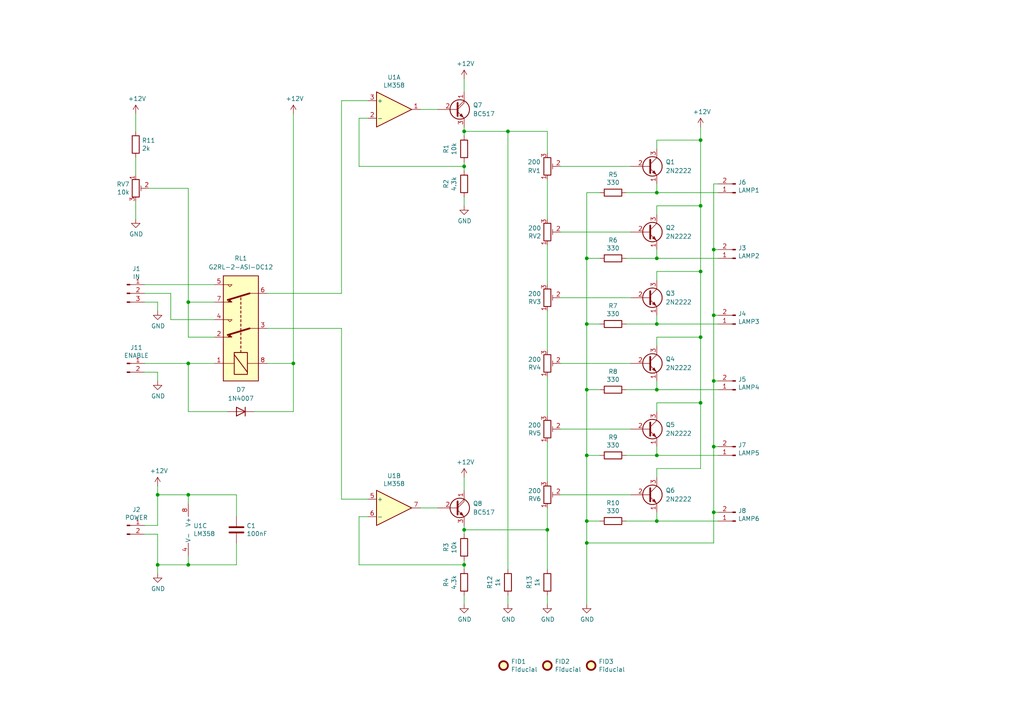
<source format=kicad_sch>
(kicad_sch (version 20211123) (generator eeschema)
  (paper "A4")
  (title_block (title "FADE LIGHT CONTROLLER") (date "2021-08-17") (rev "1.0.0") (company "POLYGON Team Ltd."))
  (lib_symbols
    (symbol "Amplifier_Operational:LM358" (pin_names (offset 0.127))
      (property "Reference" "U" (at 0 5.08 0))
      (property "Value" "LM358" (at 0 -5.08 0))
      (symbol "LM358_1_1"
        (polyline (pts (xy -5.08 5.08) (xy 5.08 0) (xy -5.08 -5.08) (xy -5.08 5.08)) (stroke (width 0.254)) (fill (type background)))
        (pin output line (at 7.62 0 180) (length 2.54) (name "~") (number "1"))
        (pin input line (at -7.62 -2.54 0) (length 2.54) (name "-") (number "2"))
        (pin input line (at -7.62 2.54 0) (length 2.54) (name "+") (number "3"))
      )
      (symbol "LM358_2_1"
        (polyline (pts (xy -5.08 5.08) (xy 5.08 0) (xy -5.08 -5.08) (xy -5.08 5.08)) (stroke (width 0.254)) (fill (type background)))
        (pin input line (at -7.62 2.54 0) (length 2.54) (name "+") (number "5"))
        (pin input line (at -7.62 -2.54 0) (length 2.54) (name "-") (number "6"))
        (pin output line (at 7.62 0 180) (length 2.54) (name "~") (number "7"))
      )
      (symbol "LM358_3_1"
        (pin power_in line (at -2.54 -7.62 90) (length 3.81) (name "V-") (number "4"))
        (pin power_in line (at -2.54 7.62 270) (length 3.81) (name "V+") (number "8"))
      )
    )
    (symbol "Connector:Conn_01x02_Male" (pin_names (offset 1.016) hide)
      (property "Reference" "J" (at 0 2.54 0))
      (property "Value" "Conn_01x02_Male" (at 0 -5.08 0))
      (symbol "Conn_01x02_Male_1_1"
        (polyline (pts (xy 1.27 -2.54) (xy 0.8636 -2.54)) (stroke (width 0.1524)))
        (polyline (pts (xy 1.27 0) (xy 0.8636 0)) (stroke (width 0.1524)))
        (rectangle (start 0.8636 -2.413) (end 0 -2.667) (stroke (width 0.1524)) (fill (type outline)))
        (rectangle (start 0.8636 0.127) (end 0 -0.127) (stroke (width 0.1524)) (fill (type outline)))
        (pin passive line (at 5.08 0 180) (length 3.81) (name "Pin_1") (number "1"))
        (pin passive line (at 5.08 -2.54 180) (length 3.81) (name "Pin_2") (number "2"))
      )
    )
    (symbol "Connector:Conn_01x03_Male" (pin_names (offset 1.016) hide)
      (property "Reference" "J" (at 0 5.08 0))
      (property "Value" "Conn_01x03_Male" (at 0 -5.08 0))
      (symbol "Conn_01x03_Male_1_1"
        (polyline (pts (xy 1.27 -2.54) (xy 0.8636 -2.54)) (stroke (width 0.1524)))
        (polyline (pts (xy 1.27 0) (xy 0.8636 0)) (stroke (width 0.1524)))
        (polyline (pts (xy 1.27 2.54) (xy 0.8636 2.54)) (stroke (width 0.1524)))
        (rectangle (start 0.8636 -2.413) (end 0 -2.667) (stroke (width 0.1524)) (fill (type outline)))
        (rectangle (start 0.8636 0.127) (end 0 -0.127) (stroke (width 0.1524)) (fill (type outline)))
        (rectangle (start 0.8636 2.667) (end 0 2.413) (stroke (width 0.1524)) (fill (type outline)))
        (pin passive line (at 5.08 2.54 180) (length 3.81) (name "Pin_1") (number "1"))
        (pin passive line (at 5.08 0 180) (length 3.81) (name "Pin_2") (number "2"))
        (pin passive line (at 5.08 -2.54 180) (length 3.81) (name "Pin_3") (number "3"))
      )
    )
    (symbol "Device:C" (pin_numbers hide) (pin_names (offset 0.254))
      (property "Reference" "C" (at 0.635 2.54 0))
      (property "Value" "C" (at 0.635 -2.54 0))
      (symbol "C_0_1"
        (polyline (pts (xy -2.032 -0.762) (xy 2.032 -0.762)) (stroke (width 0.508)))
        (polyline (pts (xy -2.032 0.762) (xy 2.032 0.762)) (stroke (width 0.508)))
      )
      (symbol "C_1_1"
        (pin passive line (at 0 3.81 270) (length 2.794) (name "~") (number "1"))
        (pin passive line (at 0 -3.81 90) (length 2.794) (name "~") (number "2"))
      )
    )
    (symbol "Device:Q_NPN_EBC" (pin_names (offset 0) hide)
      (property "Reference" "Q" (at 5.08 1.27 0))
      (property "Value" "Q_NPN_EBC" (at 5.08 -1.27 0))
      (symbol "Q_NPN_EBC_0_1"
        (polyline (pts (xy 0.635 0.635) (xy 2.54 2.54)))
        (polyline (pts (xy 0.635 -0.635) (xy 2.54 -2.54) (xy 2.54 -2.54)))
        (polyline (pts (xy 0.635 1.905) (xy 0.635 -1.905) (xy 0.635 -1.905)) (stroke (width 0.508)))
        (polyline (pts (xy 1.27 -1.778) (xy 1.778 -1.27) (xy 2.286 -2.286) (xy 1.27 -1.778) (xy 1.27 -1.778)) (fill (type outline)))
        (circle (center 1.27 0) (radius 2.8194) (stroke (width 0.254)))
      )
      (symbol "Q_NPN_EBC_1_1"
        (pin passive line (at 2.54 -5.08 90) (length 2.54) (name "E") (number "1"))
        (pin passive line (at -5.08 0 0) (length 5.715) (name "B") (number "2"))
        (pin passive line (at 2.54 5.08 270) (length 2.54) (name "C") (number "3"))
      )
    )
    (symbol "Device:R" (pin_numbers hide) (pin_names (offset 0))
      (property "Reference" "R" (at 2.032 0 90))
      (property "Value" "R" (at 0 0 90))
      (symbol "R_0_1"
        (rectangle (start -1.016 -2.54) (end 1.016 2.54) (stroke (width 0.254)))
      )
      (symbol "R_1_1"
        (pin passive line (at 0 3.81 270) (length 1.27) (name "~") (number "1"))
        (pin passive line (at 0 -3.81 90) (length 1.27) (name "~") (number "2"))
      )
    )
    (symbol "Diode:1N4007" (pin_numbers hide) (pin_names (offset 1.016) hide)
      (property "Reference" "D" (at 0 2.54 0))
      (property "Value" "1N4007" (at 0 -2.54 0))
      (symbol "1N4007_0_1"
        (polyline (pts (xy -1.27 1.27) (xy -1.27 -1.27)) (stroke (width 0.254)))
        (polyline (pts (xy 1.27 0) (xy -1.27 0)))
        (polyline (pts (xy 1.27 1.27) (xy 1.27 -1.27) (xy -1.27 0) (xy 1.27 1.27)) (stroke (width 0.254)))
      )
      (symbol "1N4007_1_1"
        (pin passive line (at -3.81 0 0) (length 2.54) (name "K") (number "1"))
        (pin passive line (at 3.81 0 180) (length 2.54) (name "A") (number "2"))
      )
    )
    (symbol "Lamls_Type4-rescue:R_POT_TRIM-Device" (pin_names (offset 1.016) hide)
      (property "Reference" "RV" (at -4.445 0 90))
      (property "Value" "R_POT_TRIM-Device" (at -2.54 0 90))
      (symbol "R_POT_TRIM-Device_0_1"
        (polyline (pts (xy 1.524 0.762) (xy 1.524 -0.762)))
        (polyline (pts (xy 2.54 0) (xy 1.524 0)))
        (rectangle (start 1.016 2.54) (end -1.016 -2.54) (stroke (width 0.254)))
      )
      (symbol "R_POT_TRIM-Device_1_1"
        (pin passive line (at 0 3.81 270) (length 1.27) (name "1") (number "1"))
        (pin passive line (at 3.81 0 180) (length 1.27) (name "2") (number "2"))
        (pin passive line (at 0 -3.81 90) (length 1.27) (name "3") (number "3"))
      )
    )
    (symbol "Mechanical:Fiducial"
      (property "Reference" "FID" (at 0 5.08 0))
      (property "Value" "Fiducial" (at 0 3.175 0))
      (symbol "Fiducial_0_1"
        (circle (center 0 0) (radius 1.27) (stroke (width 0.508)) (fill (type background)))
      )
    )
    (symbol "Relay:G2RL-2-ASI-DC12"
      (property "Reference" "RL" (at 16.51 3.81 0))
      (property "Value" "G2RL-2-ASI-DC12" (at 16.51 1.27 0))
      (symbol "G2RL-2-ASI-DC12_0_1"
        (rectangle (start -15.24 5.08) (end 15.24 -5.08) (stroke (width 0.254)) (fill (type background)))
        (rectangle (start -13.335 1.905) (end -6.985 -1.905) (stroke (width 0.254)))
        (polyline (pts (xy -12.7 -1.905) (xy -7.62 1.905)) (stroke (width 0.254)))
        (polyline (pts (xy -10.16 -5.08) (xy -10.16 -1.905)))
        (polyline (pts (xy -10.16 5.08) (xy -10.16 1.905)))
        (polyline (pts (xy -6.985 0) (xy -6.35 0)) (stroke (width 0.254)))
        (polyline (pts (xy -5.715 0) (xy -5.08 0)) (stroke (width 0.254)))
        (polyline (pts (xy -4.445 0) (xy -3.81 0)) (stroke (width 0.254)))
        (polyline (pts (xy -3.175 0) (xy -2.54 0)) (stroke (width 0.254)))
        (polyline (pts (xy -1.905 0) (xy -1.27 0)) (stroke (width 0.254)))
        (polyline (pts (xy -0.635 0) (xy 0 0)) (stroke (width 0.254)))
        (polyline (pts (xy 0 -2.54) (xy -1.905 3.81)) (stroke (width 0.508)))
        (polyline (pts (xy 0 -2.54) (xy 0 -5.08)))
        (polyline (pts (xy 0.635 0) (xy 1.27 0)) (stroke (width 0.254)))
        (polyline (pts (xy 1.905 0) (xy 2.54 0)) (stroke (width 0.254)))
        (polyline (pts (xy 3.175 0) (xy 3.81 0)) (stroke (width 0.254)))
        (polyline (pts (xy 4.445 0) (xy 5.08 0)) (stroke (width 0.254)))
        (polyline (pts (xy 5.715 0) (xy 6.35 0)) (stroke (width 0.254)))
        (polyline (pts (xy 6.985 0) (xy 7.62 0)) (stroke (width 0.254)))
        (polyline (pts (xy 8.255 0) (xy 8.89 0)) (stroke (width 0.254)))
        (polyline (pts (xy 10.16 -2.54) (xy 8.255 3.81)) (stroke (width 0.508)))
        (polyline (pts (xy 10.16 -2.54) (xy 10.16 -5.08)))
        (polyline (pts (xy -2.54 5.08) (xy -2.54 2.54) (xy -1.905 3.175) (xy -2.54 3.81)) (fill (type outline)))
        (polyline (pts (xy 2.54 5.08) (xy 2.54 2.54) (xy 1.905 3.175) (xy 2.54 3.81)))
        (polyline (pts (xy 7.62 5.08) (xy 7.62 2.54) (xy 8.255 3.175) (xy 7.62 3.81)) (fill (type outline)))
        (polyline (pts (xy 12.7 5.08) (xy 12.7 2.54) (xy 12.065 3.175) (xy 12.7 3.81)))
      )
      (symbol "G2RL-2-ASI-DC12_1_1"
        (pin passive line (at -10.16 7.62 270) (length 2.54) (name "~") (number "1"))
        (pin passive line (at -2.54 7.62 270) (length 2.54) (name "~") (number "2"))
        (pin passive line (at 0 -7.62 90) (length 2.54) (name "~") (number "3"))
        (pin passive line (at 2.54 7.62 270) (length 2.54) (name "~") (number "4"))
        (pin passive line (at 12.7 7.62 270) (length 2.54) (name "~") (number "5"))
        (pin passive line (at 10.16 -7.62 90) (length 2.54) (name "~") (number "6"))
        (pin passive line (at 7.62 7.62 270) (length 2.54) (name "~") (number "7"))
        (pin passive line (at -10.16 -7.62 90) (length 2.54) (name "~") (number "8"))
      )
    )
    (symbol "Transistor_BJT:BC517" (pin_names (offset 0) hide)
      (property "Reference" "Q" (at 5.08 1.905 0))
      (property "Value" "BC517" (at 5.08 0 0))
      (symbol "BC517_0_1"
        (polyline (pts (xy 0.635 0.635) (xy 2.54 2.54)))
        (polyline (pts (xy 0.635 -0.635) (xy 2.54 -2.54) (xy 2.54 -2.54)))
        (polyline (pts (xy 0.635 0) (xy 2.54 1.905) (xy 2.54 2.54)))
        (polyline (pts (xy 0.635 1.905) (xy 0.635 -1.905) (xy 0.635 -1.905)) (stroke (width 0.508)))
        (polyline (pts (xy 1.27 -1.778) (xy 1.778 -1.27) (xy 2.286 -2.286) (xy 1.27 -1.778) (xy 1.27 -1.778)) (fill (type outline)))
        (circle (center 1.27 0) (radius 2.8194) (stroke (width 0.254)))
      )
      (symbol "BC517_1_1"
        (pin passive line (at 2.54 5.08 270) (length 2.54) (name "C") (number "1"))
        (pin input line (at -5.08 0 0) (length 5.715) (name "B") (number "2"))
        (pin passive line (at 2.54 -5.08 90) (length 2.54) (name "E") (number "3"))
      )
    )
    (symbol "power:+12V" (power) (pin_names (offset 0))
      (property "Value" "+12V" (at 0 3.556 0))
      (symbol "+12V_0_1"
        (polyline (pts (xy -0.762 1.27) (xy 0 2.54)))
        (polyline (pts (xy 0 0) (xy 0 2.54)))
        (polyline (pts (xy 0 2.54) (xy 0.762 1.27)))
      )
      (symbol "+12V_1_1"
        (pin power_in line (at 0 0 90) (length 0) hide (name "+12V") (number "1"))
      )
    )
    (symbol "power:GND" (power) (pin_names (offset 0))
      (property "Value" "GND" (at 0 -3.81 0))
      (symbol "GND_0_1"
        (polyline (pts (xy 0 0) (xy 0 -1.27) (xy 1.27 -1.27) (xy 0 -2.54) (xy -1.27 -1.27) (xy 0 -1.27)))
      )
      (symbol "GND_1_1"
        (pin power_in line (at 0 0 270) (length 0) hide (name "GND") (number "1"))
      )
    )
  )
  (junction (at 203.2 116.84))
  (junction (at 207.01 129.54))
  (junction (at 134.62 48.26))
  (junction (at 203.2 59.69))
  (junction (at 85.09 105.41))
  (junction (at 190.5 132.08))
  (junction (at 45.72 163.83))
  (junction (at 170.18 151.13))
  (junction (at 54.61 87.63))
  (junction (at 134.62 163.83))
  (junction (at 170.18 132.08))
  (junction (at 170.18 74.93))
  (junction (at 45.72 143.51))
  (junction (at 134.62 153.67))
  (junction (at 54.61 143.51))
  (junction (at 190.5 113.03))
  (junction (at 207.01 148.59))
  (junction (at 203.2 78.74))
  (junction (at 190.5 55.88))
  (junction (at 54.61 105.41))
  (junction (at 203.2 97.79))
  (junction (at 147.32 38.1))
  (junction (at 190.5 74.93))
  (junction (at 170.18 113.03))
  (junction (at 158.75 153.67))
  (junction (at 190.5 93.98))
  (junction (at 54.61 163.83))
  (junction (at 203.2 40.64))
  (junction (at 170.18 93.98))
  (junction (at 134.62 38.1))
  (junction (at 207.01 110.49))
  (junction (at 170.18 157.48))
  (junction (at 190.5 151.13))
  (junction (at 207.01 91.44))
  (junction (at 207.01 72.39))
  (wire (pts (xy 190.5 93.98) (xy 190.5 91.44)))
  (wire (pts (xy 190.5 116.84) (xy 190.5 119.38)))
  (wire (pts (xy 170.18 74.93) (xy 170.18 55.88)))
  (wire (pts (xy 134.62 153.67) (xy 158.75 153.67)))
  (wire (pts (xy 121.92 147.32) (xy 127 147.32)))
  (wire (pts (xy 104.14 34.29) (xy 106.68 34.29)))
  (wire (pts (xy 147.32 38.1) (xy 158.75 38.1)))
  (wire (pts (xy 162.56 48.26) (xy 182.88 48.26)))
  (wire (pts (xy 170.18 157.48) (xy 170.18 151.13)))
  (wire (pts (xy 158.75 147.32) (xy 158.75 153.67)))
  (wire (pts (xy 190.5 135.89) (xy 203.2 135.89)))
  (wire (pts (xy 173.99 74.93) (xy 170.18 74.93)))
  (wire (pts (xy 203.2 97.79) (xy 203.2 78.74)))
  (wire (pts (xy 190.5 97.79) (xy 203.2 97.79)))
  (wire (pts (xy 54.61 105.41) (xy 62.23 105.41)))
  (wire (pts (xy 190.5 55.88) (xy 208.28 55.88)))
  (wire (pts (xy 41.91 154.94) (xy 45.72 154.94)))
  (wire (pts (xy 134.62 162.56) (xy 134.62 163.83)))
  (wire (pts (xy 134.62 152.4) (xy 134.62 153.67)))
  (wire (pts (xy 203.2 40.64) (xy 203.2 59.69)))
  (wire (pts (xy 158.75 52.07) (xy 158.75 63.5)))
  (wire (pts (xy 85.09 33.02) (xy 85.09 105.41)))
  (wire (pts (xy 190.5 138.43) (xy 190.5 135.89)))
  (wire (pts (xy 99.06 29.21) (xy 99.06 85.09)))
  (wire (pts (xy 181.61 93.98) (xy 190.5 93.98)))
  (wire (pts (xy 190.5 40.64) (xy 203.2 40.64)))
  (wire (pts (xy 170.18 93.98) (xy 170.18 74.93)))
  (wire (pts (xy 162.56 67.31) (xy 182.88 67.31)))
  (wire (pts (xy 170.18 55.88) (xy 173.99 55.88)))
  (wire (pts (xy 173.99 132.08) (xy 170.18 132.08)))
  (wire (pts (xy 203.2 78.74) (xy 190.5 78.74)))
  (wire (pts (xy 158.75 128.27) (xy 158.75 139.7)))
  (wire (pts (xy 54.61 87.63) (xy 62.23 87.63)))
  (wire (pts (xy 158.75 71.12) (xy 158.75 82.55)))
  (wire (pts (xy 41.91 85.09) (xy 49.53 85.09)))
  (wire (pts (xy 99.06 144.78) (xy 99.06 95.25)))
  (wire (pts (xy 182.88 124.46) (xy 162.56 124.46)))
  (wire (pts (xy 190.5 113.03) (xy 190.5 110.49)))
  (wire (pts (xy 207.01 129.54) (xy 207.01 148.59)))
  (wire (pts (xy 104.14 48.26) (xy 134.62 48.26)))
  (wire (pts (xy 207.01 148.59) (xy 208.28 148.59)))
  (wire (pts (xy 45.72 166.37) (xy 45.72 163.83)))
  (wire (pts (xy 54.61 87.63) (xy 54.61 54.61)))
  (wire (pts (xy 134.62 163.83) (xy 134.62 165.1)))
  (wire (pts (xy 190.5 132.08) (xy 190.5 129.54)))
  (wire (pts (xy 170.18 132.08) (xy 170.18 151.13)))
  (wire (pts (xy 41.91 152.4) (xy 45.72 152.4)))
  (wire (pts (xy 68.58 163.83) (xy 68.58 157.48)))
  (wire (pts (xy 190.5 132.08) (xy 208.28 132.08)))
  (wire (pts (xy 54.61 119.38) (xy 54.61 105.41)))
  (wire (pts (xy 39.37 45.72) (xy 39.37 50.8)))
  (wire (pts (xy 104.14 163.83) (xy 104.14 149.86)))
  (wire (pts (xy 158.75 38.1) (xy 158.75 44.45)))
  (wire (pts (xy 207.01 91.44) (xy 207.01 110.49)))
  (wire (pts (xy 43.18 54.61) (xy 54.61 54.61)))
  (wire (pts (xy 54.61 143.51) (xy 68.58 143.51)))
  (wire (pts (xy 190.5 93.98) (xy 208.28 93.98)))
  (wire (pts (xy 190.5 43.18) (xy 190.5 40.64)))
  (wire (pts (xy 45.72 143.51) (xy 54.61 143.51)))
  (wire (pts (xy 190.5 74.93) (xy 190.5 72.39)))
  (wire (pts (xy 190.5 151.13) (xy 190.5 148.59)))
  (wire (pts (xy 173.99 93.98) (xy 170.18 93.98)))
  (wire (pts (xy 207.01 148.59) (xy 207.01 157.48)))
  (wire (pts (xy 45.72 107.95) (xy 41.91 107.95)))
  (wire (pts (xy 104.14 48.26) (xy 104.14 34.29)))
  (wire (pts (xy 39.37 33.02) (xy 39.37 38.1)))
  (wire (pts (xy 207.01 110.49) (xy 208.28 110.49)))
  (wire (pts (xy 208.28 53.34) (xy 207.01 53.34)))
  (wire (pts (xy 162.56 143.51) (xy 182.88 143.51)))
  (wire (pts (xy 207.01 110.49) (xy 207.01 129.54)))
  (wire (pts (xy 207.01 129.54) (xy 208.28 129.54)))
  (wire (pts (xy 190.5 78.74) (xy 190.5 81.28)))
  (wire (pts (xy 68.58 143.51) (xy 68.58 149.86)))
  (wire (pts (xy 170.18 113.03) (xy 170.18 93.98)))
  (wire (pts (xy 170.18 113.03) (xy 170.18 132.08)))
  (wire (pts (xy 207.01 53.34) (xy 207.01 72.39)))
  (wire (pts (xy 45.72 107.95) (xy 45.72 110.49)))
  (wire (pts (xy 170.18 151.13) (xy 173.99 151.13)))
  (wire (pts (xy 181.61 132.08) (xy 190.5 132.08)))
  (wire (pts (xy 181.61 74.93) (xy 190.5 74.93)))
  (wire (pts (xy 104.14 163.83) (xy 134.62 163.83)))
  (wire (pts (xy 41.91 87.63) (xy 45.72 87.63)))
  (wire (pts (xy 190.5 113.03) (xy 208.28 113.03)))
  (wire (pts (xy 134.62 57.15) (xy 134.62 59.69)))
  (wire (pts (xy 203.2 135.89) (xy 203.2 116.84)))
  (wire (pts (xy 203.2 116.84) (xy 190.5 116.84)))
  (wire (pts (xy 162.56 105.41) (xy 182.88 105.41)))
  (wire (pts (xy 49.53 92.71) (xy 62.23 92.71)))
  (wire (pts (xy 45.72 154.94) (xy 45.72 163.83)))
  (wire (pts (xy 106.68 29.21) (xy 99.06 29.21)))
  (wire (pts (xy 77.47 105.41) (xy 85.09 105.41)))
  (wire (pts (xy 190.5 74.93) (xy 208.28 74.93)))
  (wire (pts (xy 134.62 38.1) (xy 134.62 39.37)))
  (wire (pts (xy 203.2 59.69) (xy 203.2 78.74)))
  (wire (pts (xy 147.32 38.1) (xy 147.32 165.1)))
  (wire (pts (xy 41.91 82.55) (xy 62.23 82.55)))
  (wire (pts (xy 45.72 87.63) (xy 45.72 90.17)))
  (wire (pts (xy 207.01 72.39) (xy 208.28 72.39)))
  (wire (pts (xy 158.75 101.6) (xy 158.75 90.17)))
  (wire (pts (xy 190.5 151.13) (xy 208.28 151.13)))
  (wire (pts (xy 106.68 144.78) (xy 99.06 144.78)))
  (wire (pts (xy 203.2 36.83) (xy 203.2 40.64)))
  (wire (pts (xy 158.75 172.72) (xy 158.75 175.26)))
  (wire (pts (xy 190.5 100.33) (xy 190.5 97.79)))
  (wire (pts (xy 190.5 55.88) (xy 190.5 53.34)))
  (wire (pts (xy 134.62 36.83) (xy 134.62 38.1)))
  (wire (pts (xy 54.61 163.83) (xy 54.61 161.29)))
  (wire (pts (xy 77.47 85.09) (xy 99.06 85.09)))
  (wire (pts (xy 73.66 119.38) (xy 85.09 119.38)))
  (wire (pts (xy 134.62 46.99) (xy 134.62 48.26)))
  (wire (pts (xy 181.61 113.03) (xy 190.5 113.03)))
  (wire (pts (xy 134.62 138.43) (xy 134.62 142.24)))
  (wire (pts (xy 134.62 22.86) (xy 134.62 26.67)))
  (wire (pts (xy 134.62 172.72) (xy 134.62 175.26)))
  (wire (pts (xy 207.01 91.44) (xy 208.28 91.44)))
  (wire (pts (xy 62.23 97.79) (xy 54.61 97.79)))
  (wire (pts (xy 85.09 119.38) (xy 85.09 105.41)))
  (wire (pts (xy 41.91 105.41) (xy 54.61 105.41)))
  (wire (pts (xy 54.61 97.79) (xy 54.61 87.63)))
  (wire (pts (xy 45.72 143.51) (xy 45.72 140.97)))
  (wire (pts (xy 45.72 163.83) (xy 54.61 163.83)))
  (wire (pts (xy 66.04 119.38) (xy 54.61 119.38)))
  (wire (pts (xy 158.75 153.67) (xy 158.75 165.1)))
  (wire (pts (xy 45.72 152.4) (xy 45.72 143.51)))
  (wire (pts (xy 39.37 58.42) (xy 39.37 63.5)))
  (wire (pts (xy 147.32 172.72) (xy 147.32 175.26)))
  (wire (pts (xy 170.18 157.48) (xy 170.18 175.26)))
  (wire (pts (xy 203.2 97.79) (xy 203.2 116.84)))
  (wire (pts (xy 207.01 72.39) (xy 207.01 91.44)))
  (wire (pts (xy 134.62 153.67) (xy 134.62 154.94)))
  (wire (pts (xy 121.92 31.75) (xy 127 31.75)))
  (wire (pts (xy 182.88 86.36) (xy 162.56 86.36)))
  (wire (pts (xy 77.47 95.25) (xy 99.06 95.25)))
  (wire (pts (xy 190.5 62.23) (xy 190.5 59.69)))
  (wire (pts (xy 134.62 38.1) (xy 147.32 38.1)))
  (wire (pts (xy 158.75 109.22) (xy 158.75 120.65)))
  (wire (pts (xy 104.14 149.86) (xy 106.68 149.86)))
  (wire (pts (xy 54.61 143.51) (xy 54.61 146.05)))
  (wire (pts (xy 181.61 151.13) (xy 190.5 151.13)))
  (wire (pts (xy 49.53 85.09) (xy 49.53 92.71)))
  (wire (pts (xy 170.18 157.48) (xy 207.01 157.48)))
  (wire (pts (xy 54.61 163.83) (xy 68.58 163.83)))
  (wire (pts (xy 134.62 48.26) (xy 134.62 49.53)))
  (wire (pts (xy 170.18 113.03) (xy 173.99 113.03)))
  (wire (pts (xy 181.61 55.88) (xy 190.5 55.88)))
  (wire (pts (xy 190.5 59.69) (xy 203.2 59.69)))
  (symbol (lib_id "Lamls_Type4-rescue:R_POT_TRIM-Device") (at 158.75 48.26 0) (mirror x) (unit 1)
    (property "Reference" "RV1" (at 156.845 49.53 0) (effects (justify right)))
    (property "Value" "200" (at 156.845 46.99 0) (effects (justify right)))
    (property "Footprint" "Potentiometer_THT:Potentiometer_ACP_CA9-V10_Vertical" (effects hide))
  )
  (symbol (lib_id "Lamls_Type4-rescue:R_POT_TRIM-Device") (at 158.75 86.36 0) (mirror x) (unit 1)
    (property "Reference" "RV3" (at 156.972 87.5284 0) (effects (justify right)))
    (property "Value" "200" (at 156.972 85.217 0) (effects (justify right)))
    (property "Footprint" "Potentiometer_THT:Potentiometer_ACP_CA9-V10_Vertical" (effects hide))
  )
  (symbol (lib_id "Device:R") (at 177.8 55.88 270) (unit 1)
    (property "Reference" "R5" (at 177.8 50.6222 90))
    (property "Value" "330" (at 177.8 52.9336 90))
    (property "Footprint" "Resistor_SMD:R_0805_2012Metric" (effects hide))
  )
  (symbol (lib_id "Amplifier_Operational:LM358") (at 114.3 31.75 0) (unit 1)
    (property "Reference" "U1" (at 114.3 22.4282 0))
    (property "Value" "LM358" (at 114.3 24.7396 0))
    (property "Footprint" "Package_SO:SO-8_5.3x6.2mm_P1.27mm" (effects hide))
  )
  (symbol (lib_id "Amplifier_Operational:LM358") (at 114.3 147.32 0) (unit 2)
    (property "Reference" "U1" (at 114.3 137.9982 0))
    (property "Value" "LM358" (at 114.3 140.3096 0))
    (property "Footprint" "Package_SO:SO-8_5.3x6.2mm_P1.27mm" (effects hide))
  )
  (symbol (lib_id "Amplifier_Operational:LM358") (at 57.15 153.67 0) (unit 3)
    (property "Reference" "U1" (at 56.0832 152.5016 0) (effects (justify left)))
    (property "Value" "LM358" (at 56.0832 154.813 0) (effects (justify left)))
    (property "Footprint" "Package_SO:SO-8_5.3x6.2mm_P1.27mm" (effects hide))
  )
  (symbol (lib_id "Lamls_Type4-rescue:R_POT_TRIM-Device") (at 158.75 67.31 0) (mirror x) (unit 1)
    (property "Reference" "RV2" (at 156.972 68.4784 0) (effects (justify right)))
    (property "Value" "200" (at 156.972 66.167 0) (effects (justify right)))
    (property "Footprint" "Potentiometer_THT:Potentiometer_ACP_CA9-V10_Vertical" (effects hide))
  )
  (symbol (lib_id "Lamls_Type4-rescue:R_POT_TRIM-Device") (at 158.75 105.41 0) (mirror x) (unit 1)
    (property "Reference" "RV4" (at 156.972 106.5784 0) (effects (justify right)))
    (property "Value" "200" (at 156.972 104.267 0) (effects (justify right)))
    (property "Footprint" "Potentiometer_THT:Potentiometer_ACP_CA9-V10_Vertical" (effects hide))
  )
  (symbol (lib_id "Connector:Conn_01x02_Male") (at 213.36 55.88 180) (unit 1)
    (property "Reference" "J6" (at 214.0712 52.8828 0) (effects (justify right)))
    (property "Value" "LAMP1" (at 214.0712 55.1942 0) (effects (justify right)))
    (property "Footprint" "TerminalBlock_Phoenix:TerminalBlock_Phoenix_MKDS-1,5-2_1x02_P5.00mm_Horizontal" (effects hide))
  )
  (symbol (lib_id "Connector:Conn_01x02_Male") (at 213.36 74.93 180) (unit 1)
    (property "Reference" "J3" (at 214.0712 71.9328 0) (effects (justify right)))
    (property "Value" "LAMP2" (at 214.0712 74.2442 0) (effects (justify right)))
    (property "Footprint" "TerminalBlock_Phoenix:TerminalBlock_Phoenix_MKDS-1,5-2_1x02_P5.00mm_Horizontal" (effects hide))
  )
  (symbol (lib_id "Connector:Conn_01x02_Male") (at 213.36 93.98 180) (unit 1)
    (property "Reference" "J4" (at 214.0712 90.9828 0) (effects (justify right)))
    (property "Value" "LAMP3" (at 214.0712 93.2942 0) (effects (justify right)))
    (property "Footprint" "TerminalBlock_Phoenix:TerminalBlock_Phoenix_MKDS-1,5-2_1x02_P5.00mm_Horizontal" (effects hide))
  )
  (symbol (lib_id "Connector:Conn_01x02_Male") (at 213.36 113.03 180) (unit 1)
    (property "Reference" "J5" (at 214.0712 110.0328 0) (effects (justify right)))
    (property "Value" "LAMP4" (at 214.0712 112.3442 0) (effects (justify right)))
    (property "Footprint" "TerminalBlock_Phoenix:TerminalBlock_Phoenix_MKDS-1,5-2_1x02_P5.00mm_Horizontal" (effects hide))
  )
  (symbol (lib_id "power:GND") (at 170.18 175.26 0) (unit 1)
    (property "Reference" "#PWR06" (effects hide))
    (property "Value" "GND" (at 170.307 179.6542 0))
  )
  (symbol (lib_id "Connector:Conn_01x03_Male") (at 36.83 85.09 0) (unit 1)
    (property "Reference" "J1" (at 39.5732 77.9526 0))
    (property "Value" "IN" (at 39.5732 80.264 0))
    (property "Footprint" "TerminalBlock_Phoenix:TerminalBlock_Phoenix_MKDS-1,5-3_1x03_P5.00mm_Horizontal" (effects hide))
  )
  (symbol (lib_id "power:GND") (at 45.72 90.17 0) (unit 1)
    (property "Reference" "#PWR03" (effects hide))
    (property "Value" "GND" (at 45.847 94.5642 0))
  )
  (symbol (lib_id "Connector:Conn_01x02_Male") (at 36.83 152.4 0) (unit 1)
    (property "Reference" "J2" (at 39.5732 147.8026 0))
    (property "Value" "POWER" (at 39.5732 150.114 0))
    (property "Footprint" "TerminalBlock_Phoenix:TerminalBlock_Phoenix_MKDS-1,5-2_1x02_P5.00mm_Horizontal" (effects hide))
  )
  (symbol (lib_id "power:+12V") (at 45.72 140.97 0) (unit 1)
    (property "Reference" "#PWR01" (effects hide))
    (property "Value" "+12V" (at 46.101 136.5758 0))
  )
  (symbol (lib_id "power:GND") (at 45.72 166.37 0) (unit 1)
    (property "Reference" "#PWR02" (effects hide))
    (property "Value" "GND" (at 45.847 170.7642 0))
  )
  (symbol (lib_id "power:+12V") (at 203.2 36.83 0) (unit 1)
    (property "Reference" "#PWR07" (effects hide))
    (property "Value" "+12V" (at 203.581 32.4358 0))
  )
  (symbol (lib_id "Lamls_Type4-rescue:R_POT_TRIM-Device") (at 158.75 124.46 0) (mirror x) (unit 1)
    (property "Reference" "RV5" (at 156.972 125.6284 0) (effects (justify right)))
    (property "Value" "200" (at 156.972 123.317 0) (effects (justify right)))
    (property "Footprint" "Potentiometer_THT:Potentiometer_ACP_CA9-V10_Vertical" (effects hide))
  )
  (symbol (lib_id "Lamls_Type4-rescue:R_POT_TRIM-Device") (at 158.75 143.51 0) (mirror x) (unit 1)
    (property "Reference" "RV6" (at 156.972 144.6784 0) (effects (justify right)))
    (property "Value" "200" (at 156.972 142.367 0) (effects (justify right)))
    (property "Footprint" "Potentiometer_THT:Potentiometer_ACP_CA9-V10_Vertical" (effects hide))
  )
  (symbol (lib_id "Connector:Conn_01x02_Male") (at 213.36 132.08 180) (unit 1)
    (property "Reference" "J7" (at 214.0712 129.0828 0) (effects (justify right)))
    (property "Value" "LAMP5" (at 214.0712 131.3942 0) (effects (justify right)))
    (property "Footprint" "TerminalBlock_Phoenix:TerminalBlock_Phoenix_MKDS-1,5-2_1x02_P5.00mm_Horizontal" (effects hide))
  )
  (symbol (lib_id "Connector:Conn_01x02_Male") (at 213.36 151.13 180) (unit 1)
    (property "Reference" "J8" (at 214.0712 148.1328 0) (effects (justify right)))
    (property "Value" "LAMP6" (at 214.0712 150.4442 0) (effects (justify right)))
    (property "Footprint" "TerminalBlock_Phoenix:TerminalBlock_Phoenix_MKDS-1,5-2_1x02_P5.00mm_Horizontal" (effects hide))
  )
  (symbol (lib_id "Device:R") (at 177.8 74.93 270) (unit 1)
    (property "Reference" "R6" (at 177.8 69.6722 90))
    (property "Value" "330" (at 177.8 71.9836 90))
    (property "Footprint" "Resistor_SMD:R_0805_2012Metric" (effects hide))
  )
  (symbol (lib_id "Device:R") (at 177.8 93.98 270) (unit 1)
    (property "Reference" "R7" (at 177.8 88.7222 90))
    (property "Value" "330" (at 177.8 91.0336 90))
    (property "Footprint" "Resistor_SMD:R_0805_2012Metric" (effects hide))
  )
  (symbol (lib_id "Device:R") (at 177.8 113.03 270) (unit 1)
    (property "Reference" "R8" (at 177.8 107.7722 90))
    (property "Value" "330" (at 177.8 110.0836 90))
    (property "Footprint" "Resistor_SMD:R_0805_2012Metric" (effects hide))
  )
  (symbol (lib_id "Device:R") (at 177.8 132.08 270) (unit 1)
    (property "Reference" "R9" (at 177.8 126.8222 90))
    (property "Value" "330" (at 177.8 129.1336 90))
    (property "Footprint" "Resistor_SMD:R_0805_2012Metric" (effects hide))
  )
  (symbol (lib_id "Device:R") (at 177.8 151.13 270) (unit 1)
    (property "Reference" "R10" (at 177.8 145.8722 90))
    (property "Value" "330" (at 177.8 148.1836 90))
    (property "Footprint" "Resistor_SMD:R_0805_2012Metric" (effects hide))
  )
  (symbol (lib_id "Device:C") (at 68.58 153.67 0) (unit 1)
    (property "Reference" "C1" (at 71.501 152.5016 0) (effects (justify left)))
    (property "Value" "100nF" (at 71.501 154.813 0) (effects (justify left)))
    (property "Footprint" "Capacitor_SMD:C_0805_2012Metric" (effects hide))
  )
  (symbol (lib_id "Mechanical:Fiducial") (at 146.05 193.04 0) (unit 1)
    (property "Reference" "FID1" (at 148.209 191.8716 0) (effects (justify left)))
    (property "Value" "Fiducial" (at 148.209 194.183 0) (effects (justify left)))
    (property "Footprint" "Fiducial:Fiducial_0.5mm_Mask1.5mm" (effects hide))
  )
  (symbol (lib_id "Mechanical:Fiducial") (at 158.75 193.04 0) (unit 1)
    (property "Reference" "FID2" (at 160.909 191.8716 0) (effects (justify left)))
    (property "Value" "Fiducial" (at 160.909 194.183 0) (effects (justify left)))
    (property "Footprint" "Fiducial:Fiducial_0.5mm_Mask1.5mm" (effects hide))
  )
  (symbol (lib_id "Mechanical:Fiducial") (at 171.45 193.04 0) (unit 1)
    (property "Reference" "FID3" (at 173.609 191.8716 0) (effects (justify left)))
    (property "Value" "Fiducial" (at 173.609 194.183 0) (effects (justify left)))
    (property "Footprint" "Fiducial:Fiducial_0.5mm_Mask1.5mm" (effects hide))
  )
  (symbol (lib_id "Device:R") (at 134.62 168.91 0) (unit 1)
    (property "Reference" "R4" (at 129.3622 168.91 90))
    (property "Value" "4.3k" (at 131.6736 168.91 90))
    (property "Footprint" "Resistor_SMD:R_0805_2012Metric" (effects hide))
  )
  (symbol (lib_id "Device:R") (at 134.62 43.18 0) (unit 1)
    (property "Reference" "R1" (at 129.3622 43.18 90))
    (property "Value" "10k" (at 131.6736 43.18 90))
    (property "Footprint" "Resistor_SMD:R_0805_2012Metric" (effects hide))
  )
  (symbol (lib_id "Device:Q_NPN_EBC") (at 187.96 48.26 0) (unit 1)
    (property "Reference" "Q1" (at 193.04 46.9899 0) (effects (justify left)))
    (property "Value" "2N2222" (at 193.04 49.5299 0) (effects (justify left)))
    (property "Footprint" "Package_TO_SOT_THT:TO-92_Inline_Wide" (effects hide))
  )
  (symbol (lib_id "power:GND") (at 158.75 175.26 0) (unit 1)
    (property "Reference" "#PWR013" (effects hide))
    (property "Value" "GND" (at 158.877 179.6542 0))
  )
  (symbol (lib_id "power:+12V") (at 39.37 33.02 0) (unit 1)
    (property "Reference" "#PWR08" (effects hide))
    (property "Value" "+12V" (at 39.751 28.6258 0))
  )
  (symbol (lib_id "Lamls_Type4-rescue:R_POT_TRIM-Device") (at 39.37 54.61 0) (unit 1)
    (property "Reference" "RV7" (at 37.592 53.4416 0) (effects (justify right)))
    (property "Value" "10k" (at 37.592 55.753 0) (effects (justify right)))
    (property "Footprint" "Potentiometer_THT:Potentiometer_ACP_CA9-V10_Vertical" (effects hide))
  )
  (symbol (lib_id "power:GND") (at 45.72 110.49 0) (unit 1)
    (property "Reference" "#PWR010" (effects hide))
    (property "Value" "GND" (at 45.847 114.8842 0))
  )
  (symbol (lib_id "power:GND") (at 134.62 175.26 0) (unit 1)
    (property "Reference" "#PWR05" (effects hide))
    (property "Value" "GND" (at 134.747 179.6542 0))
  )
  (symbol (lib_id "Device:R") (at 134.62 53.34 0) (unit 1)
    (property "Reference" "R2" (at 129.3622 53.34 90))
    (property "Value" "4.3k" (at 131.6736 53.34 90))
    (property "Footprint" "Resistor_SMD:R_0805_2012Metric" (effects hide))
  )
  (symbol (lib_id "power:+12V") (at 85.09 33.02 0) (unit 1)
    (property "Reference" "#PWR011" (effects hide))
    (property "Value" "+12V" (at 85.471 28.6258 0))
  )
  (symbol (lib_id "Device:R") (at 39.37 41.91 0) (unit 1)
    (property "Reference" "R11" (at 41.148 40.7416 0) (effects (justify left)))
    (property "Value" "2k" (at 41.148 43.053 0) (effects (justify left)))
    (property "Footprint" "Resistor_SMD:R_0805_2012Metric" (effects hide))
  )
  (symbol (lib_id "power:GND") (at 147.32 175.26 0) (unit 1)
    (property "Reference" "#PWR012" (effects hide))
    (property "Value" "GND" (at 147.447 179.6542 0))
  )
  (symbol (lib_id "Device:Q_NPN_EBC") (at 187.96 67.31 0) (unit 1)
    (property "Reference" "Q2" (at 193.04 66.0399 0) (effects (justify left)))
    (property "Value" "2N2222" (at 193.04 68.5799 0) (effects (justify left)))
    (property "Footprint" "Package_TO_SOT_THT:TO-92_Inline_Wide" (effects hide))
  )
  (symbol (lib_id "power:+12V") (at 134.62 22.86 0) (unit 1)
    (property "Reference" "#PWR0101" (effects hide))
    (property "Value" "+12V" (at 135.001 18.4658 0))
  )
  (symbol (lib_id "Diode:1N4007") (at 69.85 119.38 180) (unit 1)
    (property "Reference" "D7" (at 69.85 113.03 0))
    (property "Value" "1N4007" (at 69.85 115.57 0))
    (property "Footprint" "Diode_SMD:D_SMA" (effects hide))
    (property "Datasheet" "http://www.vishay.com/docs/88503/1n4001.pdf" (effects hide))
  )
  (symbol (lib_id "Device:Q_NPN_EBC") (at 187.96 124.46 0) (unit 1)
    (property "Reference" "Q5" (at 193.04 123.1899 0) (effects (justify left)))
    (property "Value" "2N2222" (at 193.04 125.7299 0) (effects (justify left)))
    (property "Footprint" "Package_TO_SOT_THT:TO-92_Inline_Wide" (effects hide))
  )
  (symbol (lib_id "Device:Q_NPN_EBC") (at 187.96 105.41 0) (unit 1)
    (property "Reference" "Q4" (at 193.04 104.1399 0) (effects (justify left)))
    (property "Value" "2N2222" (at 193.04 106.6799 0) (effects (justify left)))
    (property "Footprint" "Package_TO_SOT_THT:TO-92_Inline_Wide" (effects hide))
  )
  (symbol (lib_id "Transistor_BJT:BC517") (at 132.08 147.32 0) (unit 1)
    (property "Reference" "Q8" (at 137.16 146.0499 0) (effects (justify left)))
    (property "Value" "BC517" (at 137.16 148.5899 0) (effects (justify left)))
    (property "Footprint" "Package_TO_SOT_THT:TO-92_Inline_Wide" (effects hide))
    (property "Datasheet" "https://www.onsemi.com/pub/Collateral/BC517-D74Z-D.PDF" (effects hide))
  )
  (symbol (lib_id "Device:Q_NPN_EBC") (at 187.96 86.36 0) (unit 1)
    (property "Reference" "Q3" (at 193.04 85.0899 0) (effects (justify left)))
    (property "Value" "2N2222" (at 193.04 87.6299 0) (effects (justify left)))
    (property "Footprint" "Package_TO_SOT_THT:TO-92_Inline_Wide" (effects hide))
  )
  (symbol (lib_id "Device:R") (at 158.75 168.91 0) (unit 1)
    (property "Reference" "R13" (at 153.4922 168.91 90))
    (property "Value" "1k" (at 155.8036 168.91 90))
    (property "Footprint" "Resistor_SMD:R_0805_2012Metric" (effects hide))
  )
  (symbol (lib_id "Device:R") (at 134.62 158.75 0) (unit 1)
    (property "Reference" "R3" (at 129.3622 158.75 90))
    (property "Value" "10k" (at 131.6736 158.75 90))
    (property "Footprint" "Resistor_SMD:R_0805_2012Metric" (effects hide))
  )
  (symbol (lib_id "Transistor_BJT:BC517") (at 132.08 31.75 0) (unit 1)
    (property "Reference" "Q7" (at 137.16 30.4799 0) (effects (justify left)))
    (property "Value" "BC517" (at 137.16 33.0199 0) (effects (justify left)))
    (property "Footprint" "Package_TO_SOT_THT:TO-92_Inline_Wide" (effects hide))
    (property "Datasheet" "https://www.onsemi.com/pub/Collateral/BC517-D74Z-D.PDF" (effects hide))
  )
  (symbol (lib_id "power:GND") (at 39.37 63.5 0) (unit 1)
    (property "Reference" "#PWR09" (effects hide))
    (property "Value" "GND" (at 39.497 67.8942 0))
  )
  (symbol (lib_id "Connector:Conn_01x02_Male") (at 36.83 105.41 0) (unit 1)
    (property "Reference" "J11" (at 39.5732 100.8126 0))
    (property "Value" "ENABLE" (at 39.5732 103.124 0))
    (property "Footprint" "TerminalBlock_Phoenix:TerminalBlock_Phoenix_MKDS-1,5-2_1x02_P5.00mm_Horizontal" (effects hide))
  )
  (symbol (lib_id "Device:Q_NPN_EBC") (at 187.96 143.51 0) (unit 1)
    (property "Reference" "Q6" (at 193.04 142.2399 0) (effects (justify left)))
    (property "Value" "2N2222" (at 193.04 144.7799 0) (effects (justify left)))
    (property "Footprint" "Package_TO_SOT_THT:TO-92_Inline_Wide" (effects hide))
  )
  (symbol (lib_id "Relay:G2RL-2-ASI-DC12") (at 69.85 95.25 90) (unit 1)
    (property "Reference" "RL1" (at 69.85 74.93 90))
    (property "Value" "G2RL-2-ASI-DC12" (at 69.85 77.47 90))
    (property "Footprint" "Relay_THT:Relay_DPDT_Omron_G2RL" (effects hide))
    (property "Datasheet" "https://omronfs.omron.com/en_US/ecb/products/pdf/en-g2rl.pdf" (effects hide))
  )
  (symbol (lib_id "power:GND") (at 134.62 59.69 0) (unit 1)
    (property "Reference" "#PWR04" (effects hide))
    (property "Value" "GND" (at 134.747 64.0842 0))
  )
  (symbol (lib_id "power:+12V") (at 134.62 138.43 0) (unit 1)
    (property "Reference" "#PWR0102" (effects hide))
    (property "Value" "+12V" (at 135.001 134.0358 0))
  )
  (symbol (lib_id "Device:R") (at 147.32 168.91 0) (unit 1)
    (property "Reference" "R12" (at 142.0622 168.91 90))
    (property "Value" "1k" (at 144.3736 168.91 90))
    (property "Footprint" "Resistor_SMD:R_0805_2012Metric" (effects hide))
  )
)
</source>
